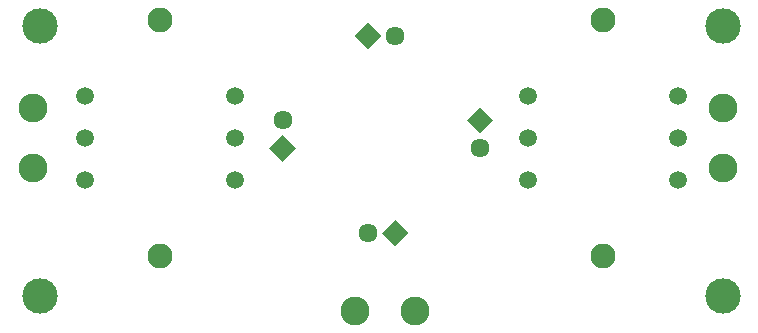
<source format=gbs>
G75*
G70*
%OFA0B0*%
%FSLAX24Y24*%
%IPPOS*%
%LPD*%
%AMOC8*
5,1,8,0,0,1.08239X$1,22.5*
%
%ADD10C,0.1182*%
%ADD11C,0.0592*%
%ADD12C,0.0828*%
%ADD13R,0.0634X0.0634*%
%ADD14C,0.0634*%
%ADD15C,0.0966*%
D10*
X001933Y001933D03*
X001933Y010933D03*
X024683Y010933D03*
X024683Y001933D03*
D11*
X023183Y005783D03*
X023183Y007183D03*
X023183Y008583D03*
X018183Y008583D03*
X018183Y007183D03*
X018183Y005783D03*
X008433Y005783D03*
X008433Y007183D03*
X008433Y008583D03*
X003433Y008583D03*
X003433Y007183D03*
X003433Y005783D03*
D12*
X005933Y003253D03*
X020683Y003253D03*
X020683Y011113D03*
X005933Y011113D03*
D13*
G36*
X012400Y010598D02*
X012848Y011046D01*
X013296Y010598D01*
X012848Y010150D01*
X012400Y010598D01*
G37*
G36*
X016598Y008217D02*
X017046Y007769D01*
X016598Y007321D01*
X016150Y007769D01*
X016598Y008217D01*
G37*
G36*
X010019Y006400D02*
X009571Y006848D01*
X010019Y007296D01*
X010467Y006848D01*
X010019Y006400D01*
G37*
G36*
X014217Y004019D02*
X013769Y003571D01*
X013321Y004019D01*
X013769Y004467D01*
X014217Y004019D01*
G37*
D14*
X012848Y004019D03*
X016598Y006848D03*
X010019Y007769D03*
X013769Y010598D03*
D15*
X024683Y008183D03*
X024683Y006183D03*
X014433Y001433D03*
X012433Y001433D03*
X001683Y006183D03*
X001683Y008183D03*
M02*

</source>
